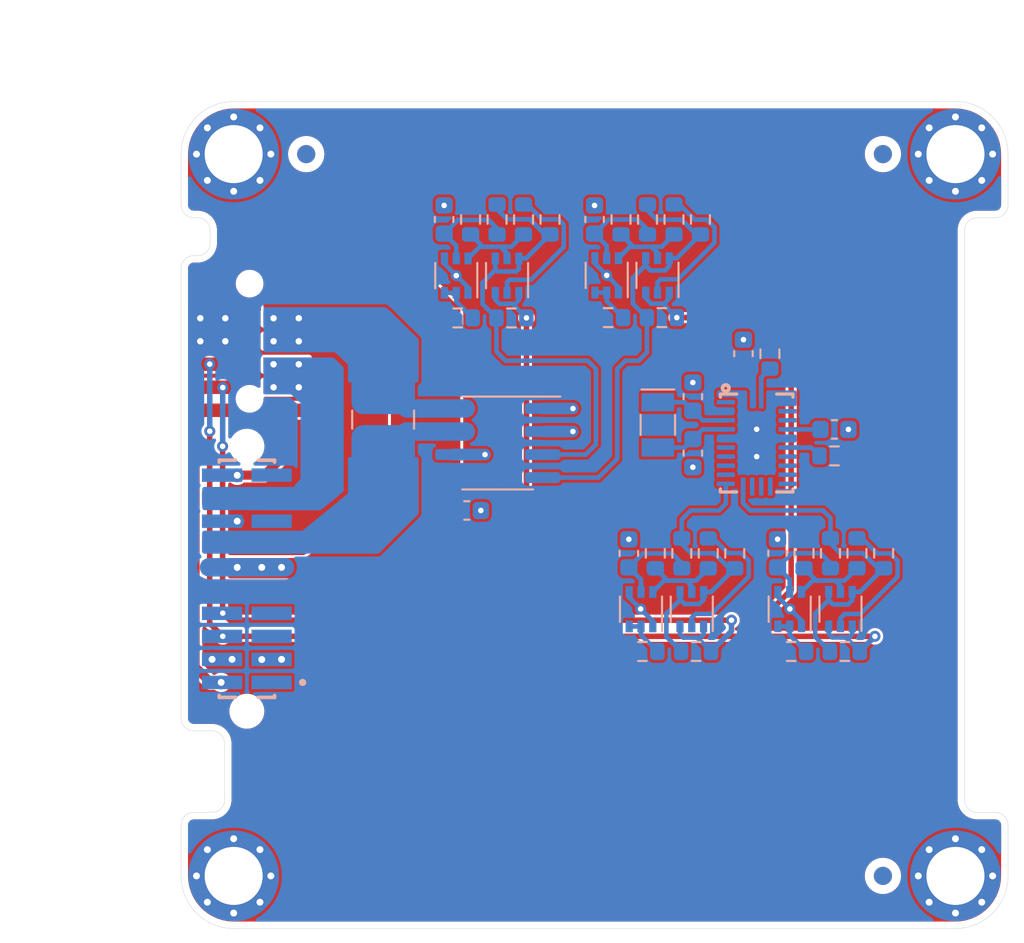
<source format=kicad_pcb>
(kicad_pcb (version 20221018) (generator pcbnew)
  (layers (0 "F.Cu" signal "Top") (31 "B.Cu" signal "Bottom") (34 "B.Paste" user) (35 "F.Paste" user) (36 "B.SilkS" user "B.Silkscreen") (37 "F.SilkS" user "F.Silkscreen") (38 "B.Mask" user) (39 "F.Mask" user) (44 "Edge.Cuts" user))
  (net 0 "")
  (net 1 "BATT_P_SW")
  (net 2 "BATT_N_SW")
  (net 3 "GND")
  (net 4 "+3V3")
  (net 5 "BATT_P")
  (net 6 "COIL5_N")
  (net 7 "COIL5_P")
  (net 8 "COIL6_N")
  (net 9 "UART_TX")
  (net 10 "SCL1")
  (net 11 "UART_RX")
  (net 12 "SDA1")
  (net 13 "PAYLOAD_EN")
  (net 14 "COIL6_P")
  (net 15 "Net-(Q1B-G1)")
  (net 16 "Net-(Q3B-G1)")
  (net 17 "BATT_P_SENSE")
  (net 18 "Net-(Q1A-G2)")
  (net 19 "Net-(Q1A-D1)")
  (net 20 "Net-(Q2A-B1)")
  (net 21 "SCL_C_SENSE")
  (net 22 "Net-(Q3A-G2)")
  (net 23 "Net-(Q3A-D1)")
  (net 24 "Net-(Q4A-B1)")
  (net 25 "SDA_C_SENSE")
  (net 26 "Net-(U2-CAP)")
  (net 27 "Net-(U2-XIN32)")
  (net 28 "Net-(U2-CLKSEL1{slash}XOUT32)")
  (net 29 "Net-(Q5B-G1)")
  (net 30 "Net-(Q7B-G1)")
  (net 31 "Net-(Q5A-G2)")
  (net 32 "Net-(Q5A-D1)")
  (net 33 "Net-(Q6A-B1)")
  (net 34 "SCL_IMU")
  (net 35 "Net-(Q7A-G2)")
  (net 36 "Net-(Q7A-D1)")
  (net 37 "Net-(Q8A-B1)")
  (net 38 "SDA_IMU")
  (net 39 "Net-(U2-BOOTN)")
  (net 40 "IMU_RST")
  (net 46 "IMU_INT")
  (footprint "mainboard:MountingHole" (layer "F.Cu") (at 124.200005 85.200004 -90)
    (fp_text reference "H2" hide)
    (fp_text value "MountingHole_Pad")
  )
  (footprint "mainboard:MountingHole" (layer "F.Cu") (at 84.400005 85.200004 -90)
    (fp_text reference "H3" hide)
    (fp_text value "MountingHole_Pad")
  )
  (footprint "Fiducial:Fiducial_1mm_Mask2mm" (layer "F.Cu") (at 120.2 85.2)
    (fp_text reference "REF**" hide)
    (fp_text value "Fiducial_1mm_Mask2mm")
  )
  (footprint "Fiducial:Fiducial_1mm_Mask2mm" (layer "F.Cu") (at 120.2 45.4)
    (fp_text reference "REF**" hide)
    (fp_text value "Fiducial_1mm_Mask2mm")
  )
  (footprint "Fiducial:Fiducial_1mm_Mask2mm" (layer "F.Cu") (at 88.4 45.4)
    (fp_text reference "REF**" hide)
    (fp_text value "Fiducial_1mm_Mask2mm")
  )
  (footprint "batteryboard:SAMTEC-FTS-107-01-X-DV-A" (layer "F.Cu") (at 85.277665 55.715644 -90)
    (fp_text reference "J2" hide)
    (fp_text value "FTS-107-01-X-DV-A")
  )
  (footprint "mainboard:MountingHole" (layer "F.Cu") (at 84.400005 45.400004 -90)
    (fp_text reference "H4" hide)
    (fp_text value "MountingHole_Pad")
  )
  (footprint "mainboard:MountingHole" (layer "F.Cu") (at 124.200005 45.400004 -90)
    (fp_text reference "H1" hide)
    (fp_text value "MountingHole_Pad")
  )
  (footprint "custom-footprints:pycubed_mini_half" (layer "F.Cu") (at 105 44.8)
    (fp_text reference "Ref**" hide)
    (fp_text value "Val**" hide)
  )
  (footprint "Resistor_SMD:R_0603_1608Metric" (layer "B.Cu") (at 101.845 49.005 -90)
    (fp_text reference "R10" hide)
    (fp_text value "10K")
  )
  (footprint "Package_TO_SOT_SMD:SOT-363_SC-70-6" (layer "B.Cu") (at 104.97 52.085 90)
    (fp_text reference "Q1" hide)
    (fp_text value "NX3008NBKS")
  )
  (footprint "Fiducial:Fiducial_1mm_Mask2mm" (layer "B.Cu") (at 120.2 85.2 180)
    (fp_text reference "REF**" hide)
    (fp_text value "Fiducial_1mm_Mask2mm")
  )
  (footprint "Capacitor_SMD:C_0603_1608Metric" (layer "B.Cu") (at 117.525 60.58)
    (fp_text reference "C5" hide)
    (fp_text value "0.1uF")
  )
  (footprint "mainboard:SAMTEC_SFC-110-T2-X-D-A" (layer "B.Cu") (at 85.127805 68.816964 -90)
    (fp_text reference "J1" hide)
    (fp_text value "SFC-110-T2-X-D-A")
  )
  (footprint "Capacitor_SMD:C_0603_1608Metric" (layer "B.Cu") (at 106.19 67.415 90)
    (fp_text reference "C9" hide)
    (fp_text value "10nF")
  )
  (footprint "Resistor_SMD:R_0603_1608Metric" (layer "B.Cu") (at 99.715 54.4325)
    (fp_text reference "R13" hide)
    (fp_text value "DNI (0R)")
  )
  (footprint "Resistor_SMD:R_0603_1608Metric" (layer "B.Cu") (at 118.77 67.41 -90)
    (fp_text reference "R14" hide)
    (fp_text value "680R")
  )
  (footprint "Resistor_SMD:R_0603_1608Metric" (layer "B.Cu") (at 100.385 49.005 -90)
    (fp_text reference "R7" hide)
    (fp_text value "680R")
  )
  (footprint "Resistor_SMD:R_0603_1608Metric" (layer "B.Cu") (at 113.97 56.405 90)
    (fp_text reference "R16" hide)
    (fp_text value "10K")
  )
  (footprint "Capacitor_SMD:C_0603_1608Metric" (layer "B.Cu") (at 109.72 61.89 -90)
    (fp_text reference "C7" hide)
    (fp_text value "22pF")
  )
  (footprint "Resistor_SMD:R_0603_1608Metric" (layer "B.Cu") (at 115.85 67.41 -90)
    (fp_text reference "R18" hide)
    (fp_text value "10K")
  )
  (footprint "Package_TO_SOT_SMD:SOT-363_SC-70-6" (layer "B.Cu") (at 109.66 70.495 90)
    (fp_text reference "Q8" hide)
    (fp_text value "MBT2222ADW1T1")
  )
  (footprint "Package_TO_SOT_SMD:SOT-363_SC-70-6" (layer "B.Cu") (at 99.475 52.1 90)
    (fp_text reference "Q4" hide)
    (fp_text value "MBT2222ADW1T1")
  )
  (footprint "Resistor_SMD:R_0603_1608Metric" (layer "B.Cu") (at 108.68 49.005 -90)
    (fp_text reference "R2" hide)
    (fp_text value "680R")
  )
  (footprint "Resistor_SMD:R_0603_1608Metric" (layer "B.Cu") (at 109.11 67.415 -90)
    (fp_text reference "R25" hide)
    (fp_text value "200K")
  )
  (footprint "Package_SO:SOIC-8_3.9x4.9mm_P1.27mm" (layer "B.Cu") (at 98.95869 61.33 180)
    (fp_text reference "U1" hide)
    (fp_text value "INA219BxD")
  )
  (footprint "Resistor_SMD:R_0603_1608Metric" (layer "B.Cu") (at 98.925 49.005 -90)
    (fp_text reference "R11" hide)
    (fp_text value "200K")
  )
  (footprint "mainboard:LGA-28" (layer "B.Cu") (at 113.24 61.33 180)
    (fp_text reference "U2" hide)
    (fp_text value "BNO085")
  )
  (footprint "Resistor_SMD:R_0603_1608Metric" (layer "B.Cu") (at 118.1 72.825)
    (fp_text reference "R26" hide)
    (fp_text value "DNI (0R)")
  )
  (footprint "Capacitor_SMD:C_0603_1608Metric" (layer "B.Cu") (at 97.255 65.05)
    (fp_text reference "C3" hide)
    (fp_text value "0.1uF")
  )
  (footprint "Resistor_SMD:R_0603_1608Metric" (layer "B.Cu") (at 96.755 54.4325)
    (fp_text reference "R8" hide)
    (fp_text value "100K")
  )
  (footprint "Resistor_SMD:R_0603_1608Metric" (layer "B.Cu") (at 109.9 72.825)
    (fp_text reference "R27" hide)
    (fp_text value "DNI (0R)")
  )
  (footprint "Resistor_SMD:R_0603_1608Metric" (layer "B.Cu") (at 107.22 49.005 -90)
    (fp_text reference "R6" hide)
    (fp_text value "200K")
  )
  (footprint "Capacitor_SMD:C_0603_1608Metric" (layer "B.Cu") (at 96.005 49.005 90)
    (fp_text reference "C2" hide)
    (fp_text value "10nF")
  )
  (footprint "Capacitor_SMD:C_0603_1608Metric" (layer "B.Cu") (at 112.51 56.405 90)
    (fp_text reference "C4" hide)
    (fp_text value "0.1uF")
  )
  (footprint "Resistor_SMD:R_0603_1608Metric" (layer "B.Cu") (at 105.76 49.005 -90)
    (fp_text reference "R4" hide)
    (fp_text value "10K")
  )
  (footprint "Resistor_SMD:R_0603_1608Metric" (layer "B.Cu") (at 110.14 49.005 -90)
    (fp_text reference "R5" hide)
    (fp_text value "10K")
  )
  (footprint "Resistor_SMD:R_0603_1608Metric" (layer "B.Cu") (at 115.14 72.825)
    (fp_text reference "R15" hide)
    (fp_text value "100K")
  )
  (footprint "Capacitor_SMD:C_0603_1608Metric" (layer "B.Cu") (at 104.3 49.005 90)
    (fp_text reference "C1" hide)
    (fp_text value "10nF")
  )
  (footprint "Resistor_SMD:R_0603_1608Metric" (layer "B.Cu") (at 117.525 62.04)
    (fp_text reference "R17" hide)
    (fp_text value "10K")
  )
  (footprint "batteryboard:R_2512_CurrentSense" (layer "B.Cu") (at 92.64619 60.04 -90)
    (fp_text reference "R1" hide)
    (fp_text value "0.04R")
  )
  (footprint "Resistor_SMD:R_0603_1608Metric" (layer "B.Cu") (at 107.65 67.415 -90)
    (fp_text reference "R23" hide)
    (fp_text value "10K")
  )
  (footprint "Resistor_SMD:R_0603_1608Metric" (layer "B.Cu") (at 105.05 54.415)
    (fp_text reference "R3" hide)
    (fp_text value "100K")
  )
  (footprint "Package_TO_SOT_SMD:SOT-363_SC-70-6" (layer "B.Cu") (at 107.77 52.085 90)
    (fp_text reference "Q2" hide)
    (fp_text value "MBT2222ADW1T1")
  )
  (footprint "Fiducial:Fiducial_1mm_Mask2mm" (layer "B.Cu") (at 120.2 45.4 180)
    (fp_text reference "REF**" hide)
    (fp_text value "Fiducial_1mm_Mask2mm")
  )
  (footprint "Package_TO_SOT_SMD:SOT-363_SC-70-6" (layer "B.Cu") (at 115.06 70.49 90)
    (fp_text reference "Q5" hide)
    (fp_text value "NX3008NBKS")
  )
  (footprint "Resistor_SMD:R_0603_1608Metric" (layer "B.Cu") (at 112.03 67.415 -90)
    (fp_text reference "R24" hide)
    (fp_text value "10K")
  )
  (footprint "Package_TO_SOT_SMD:SOT-363_SC-70-6" (layer "B.Cu") (at 117.86 70.49 90)
    (fp_text reference "Q6" hide)
    (fp_text value "MBT2222ADW1T1")
  )
  (footprint "Package_TO_SOT_SMD:SOT-363_SC-70-6" (layer "B.Cu") (at 96.675 52.1 90)
    (fp_text reference "Q3" hide)
    (fp_text value "NX3008NBKS")
  )
  (footprint "Resistor_SMD:R_0603_1608Metric" (layer "B.Cu") (at 108.01 54.415)
    (fp_text reference "R12" hide)
    (fp_text value "DNI (0R)")
  )
  (footprint "Capacitor_SMD:C_0603_1608Metric" (layer "B.Cu") (at 109.72 58.77 -90)
    (fp_text reference "C6" hide)
    (fp_text value "22pF")
  )
  (footprint "Package_TO_SOT_SMD:SOT-363_SC-70-6" (layer "B.Cu") (at 106.86 70.495 90)
    (fp_text reference "Q7" hide)
    (fp_text value "NX3008NBKS")
  )
  (footprint "Capacitor_SMD:C_0603_1608Metric" (layer "B.Cu") (at 114.39 67.41 90)
    (fp_text reference "C8" hide)
    (fp_text value "10nF")
  )
  (footprint "Resistor_SMD:R_0603_1608Metric" (layer "B.Cu") (at 110.57 67.415 -90)
    (fp_text reference "R21" hide)
    (fp_text value "680R")
  )
  (footprint "Crystal:Crystal_SMD_MicroCrystal_CC7V-T1A-2Pin_3.2x1.5mm" (layer "B.Cu") (at 107.79 60.33 -90)
    (fp_text reference "Y1" hide)
    (fp_text value "32.768kHz/12.5pF")
  )
  (footprint "Resistor_SMD:R_0603_1608Metric" (layer "B.Cu") (at 97.465 49.005 -90)
    (fp_text reference "R9" hide)
    (fp_text value "10K")
  )
  (footprint "Resistor_SMD:R_0603_1608Metric" (layer "B.Cu") (at 106.94 72.825)
    (fp_text reference "R22" hide)
    (fp_text value "100K")
  )
  (footprint "Resistor_SMD:R_0603_1608Metric" (layer "B.Cu") (at 117.31 67.41 -90)
    (fp_text reference "R20" hide)
    (fp_text value "200K")
  )
  (footprint "Fiducial:Fiducial_1mm_Mask2mm" (layer "B.Cu") (at 88.4 45.4 180)
    (fp_text reference "REF**" hide)
    (fp_text value "Fiducial_1mm_Mask2mm")
  )
  (footprint "Resistor_SMD:R_0603_1608Metric" (layer "B.Cu") (at 120.24 67.41 -90)
    (fp_text reference "R19" hide)
    (fp_text value "10K")
  )
  (gr_line (start 124.2 88.099998) (end 84.4 88.1) (stroke (width 0.0254)) (layer "Edge.Cuts"))
  (gr_line (start 125.4 48.9) (end 126.4 48.9) (stroke (width 0.0254)) (layer "Edge.Cuts"))
  (gr_line (start 82.4 51) (end 82.2 51) (stroke (width 0.0254)) (layer "Edge.Cuts"))
  (gr_line (start 83.9 81) (end 83.9 77.9) (stroke (width 0.0254)) (layer "Edge.Cuts"))
  (gr_arc (start 124.7 49.6) (mid 124.905025 49.105025) (end 125.4 48.9) (stroke (width 0.0254)) (layer "Edge.Cuts"))
  (gr_line (start 82.2 48.9) (end 82.4 48.9) (stroke (width 0.0254)) (layer "Edge.Cuts"))
  (gr_arc (start 81.5 45.4) (mid 82.34939 43.34939) (end 84.4 42.5) (stroke (width 0.0254)) (layer "Edge.Cuts"))
  (gr_arc (start 83.1 50.3) (mid 82.894975 50.794975) (end 82.4 51) (stroke (width 0.0254)) (layer "Edge.Cuts"))
  (gr_arc (start 82.4 48.9) (mid 82.894975 49.105025) (end 83.1 49.6) (stroke (width 0.0254)) (layer "Edge.Cuts"))
  (gr_arc (start 124.2 42.5) (mid 126.25061 43.34939) (end 127.1 45.4) (stroke (width 0.0254)) (layer "Edge.Cuts"))
  (gr_arc (start 82.2 77.2) (mid 81.705025 76.994975) (end 81.5 76.5) (stroke (width 0.0254)) (layer "Edge.Cuts"))
  (gr_arc (start 84.4 88.1) (mid 82.34939 87.25061) (end 81.5 85.2) (stroke (width 0.0254)) (layer "Edge.Cuts"))
  (gr_arc (start 125.4 81.7) (mid 124.905025 81.494975) (end 124.7 81) (stroke (width 0.0254)) (layer "Edge.Cuts"))
  (gr_line (start 81.5 76.5) (end 81.5 51.7) (stroke (width 0.0254)) (layer "Edge.Cuts"))
  (gr_line (start 82.2 81.7) (end 83.2 81.7) (stroke (width 0.0254)) (layer "Edge.Cuts"))
  (gr_line (start 83.1 49.6) (end 83.1 50.3) (stroke (width 0.0254)) (layer "Edge.Cuts"))
  (gr_arc (start 81.5 51.7) (mid 81.705025 51.205025) (end 82.2 51) (stroke (width 0.0254)) (layer "Edge.Cuts"))
  (gr_line (start 82.2 77.2) (end 83.2 77.2) (stroke (width 0.0254)) (layer "Edge.Cuts"))
  (gr_line (start 81.5 82.4) (end 81.5 85.2) (stroke (width 0.0254)) (layer "Edge.Cuts"))
  (gr_line (start 127.099998 85.199997) (end 127.1 82.4) (stroke (width 0.0254)) (layer "Edge.Cuts"))
  (gr_arc (start 81.5 82.4) (mid 81.705025 81.905025) (end 82.2 81.7) (stroke (width 0.0254)) (layer "Edge.Cuts"))
  (gr_arc (start 127.099998 85.199997) (mid 126.250609 87.250607) (end 124.2 88.099998) (stroke (width 0.0254)) (layer "Edge.Cuts"))
  (gr_arc (start 127.1 48.2) (mid 126.894975 48.694975) (end 126.4 48.9) (stroke (width 0.0254)) (layer "Edge.Cuts"))
  (gr_line (start 124.7 81) (end 124.7 49.6) (stroke (width 0.0254)) (layer "Edge.Cuts"))
  (gr_arc (start 83.9 81) (mid 83.694975 81.494975) (end 83.2 81.7) (stroke (width 0.0254)) (layer "Edge.Cuts"))
  (gr_line (start 81.5 48.2) (end 81.5 45.4) (stroke (width 0.0254)) (layer "Edge.Cuts"))
  (gr_line (start 124.2 42.5) (end 84.4 42.5) (stroke (width 0.0254)) (layer "Edge.Cuts"))
  (gr_line (start 127.1 48.2) (end 127.1 45.4) (stroke (width 0.0254)) (layer "Edge.Cuts"))
  (gr_arc (start 126.4 81.7) (mid 126.894975 81.905025) (end 127.1 82.4) (stroke (width 0.0254)) (layer "Edge.Cuts"))
  (gr_arc (start 82.2 48.9) (mid 81.705025 48.694975) (end 81.5 48.2) (stroke (width 0.0254)) (layer "Edge.Cuts"))
  (gr_arc (start 83.2 77.2) (mid 83.694975 77.405025) (end 83.9 77.9) (stroke (width 0.0254)) (layer "Edge.Cuts"))
  (gr_line (start 126.4 81.7) (end 125.4 81.7) (stroke (width 0.0254)) (layer "Edge.Cuts"))
  (segment (start 92.64619 61.9775) (end 92.64619 63.0025) (width 1.016) (layer "B.Cu") (net 1))
  (segment (start 93.92369 60.7) (end 92.64619 61.9775) (width 1.016) (layer "B.Cu") (net 1))
  (segment (start 97.2 60.7) (end 93.92369 60.7) (width 1.016) (layer "B.Cu") (net 1))
  (via (at 85.950005 68.188279) (size 0.762) (drill 0.381) (layers "F.Cu" "B.Cu") (net 2))
  (via (at 84.595905 68.188279) (size 0.762) (drill 0.381) (layers "F.Cu" "B.Cu") (net 2))
  (via (at 87.040005 68.188279) (size 0.762) (drill 0.381) (layers "F.Cu" "B.Cu") (net 2))
  (segment (start 83.041964 68.181964) (end 87.228036 68.181964) (width 1.016) (layer "B.Cu") (net 2))
  (via (at 103.105 60.695) (size 0.6096) (drill 0.3048) (layers "F.Cu" "B.Cu") (net 3))
  (via (at 106.84 70.48) (size 0.6096) (drill 0.3048) (layers "F.Cu" "B.Cu") (net 3))
  (via (at 85.950005 73.270004) (size 0.762) (drill 0.381) (layers "F.Cu" "B.Cu") (net 3))
  (via (at 96.675 52.1) (size 0.6096) (drill 0.3048) (layers "F.Cu" "B.Cu") (net 3))
  (via (at 106.19 66.64) (size 0.6096) (drill 0.3048) (layers "F.Cu" "B.Cu") (net 3))
  (via (at 84.310005 73.260004) (size 0.762) (drill 0.381) (layers "F.Cu" "B.Cu") (net 3))
  (via (at 118.3 60.58) (size 0.6096) (drill 0.3048) (layers "F.Cu" "B.Cu") (net 3))
  (via (at 87.040005 73.260004) (size 0.762) (drill 0.381) (layers "F.Cu" "B.Cu") (net 3))
  (via (at 112.51 55.63) (size 0.6096) (drill 0.3048) (layers "F.Cu" "B.Cu") (net 3))
  (via (at 83.210005 73.260004) (size 0.762) (drill 0.381) (layers "F.Cu" "B.Cu") (net 3))
  (via (at 98.26 61.97) (size 0.6096) (drill 0.3048) (layers "F.Cu" "B.Cu") (net 3))
  (via (at 84.595905 65.640004) (size 0.762) (drill 0.381) (layers "F.Cu" "B.Cu") (net 3))
  (via (at 96.005 48.23) (size 0.6096) (drill 0.3048) (layers "F.Cu" "B.Cu") (net 3))
  (via (at 104.3 48.23) (size 0.6096) (drill 0.3048) (layers "F.Cu" "B.Cu") (net 3))
  (via (at 113.24 62.08) (size 0.6096) (drill 0.3048) (layers "F.Cu" "B.Cu") (net 3))
  (via (at 98.03 65.05) (size 0.6096) (drill 0.3048) (layers "F.Cu" "B.Cu") (net 3))
  (via (at 109.72 57.995) (size 0.6096) (drill 0.3048) (layers "F.Cu" "B.Cu") (net 3))
  (via (at 103.11 59.43) (size 0.6096) (drill 0.3048) (layers "F.Cu" "B.Cu") (net 3))
  (via (at 115.07 70.48) (size 0.6096) (drill 0.3048) (layers "F.Cu" "B.Cu") (net 3))
  (via (at 114.39 66.635) (size 0.6096) (drill 0.3048) (layers "F.Cu" "B.Cu") (net 3))
  (via (at 113.24 60.57) (size 0.6096) (drill 0.3048) (layers "F.Cu" "B.Cu") (net 3))
  (via (at 109.72 62.665) (size 0.6096) (drill 0.3048) (layers "F.Cu" "B.Cu") (net 3))
  (via (at 104.97 52.085) (size 0.6096) (drill 0.3048) (layers "F.Cu" "B.Cu") (net 3))
  (segment (start 115.07 70.48) (end 114.41 69.82) (width 0.254) (layer "B.Cu") (net 3))
  (segment (start 107.51 71.15) (end 107.51 71.445) (width 0.254) (layer "B.Cu") (net 3))
  (segment (start 101.43369 59.425) (end 103.105 59.425) (width 0.635) (layer "B.Cu") (net 3))
  (segment (start 103.105 59.425) (end 103.11 59.43) (width 0.254) (layer "B.Cu") (net 3))
  (segment (start 96.48369 61.965) (end 97.665 61.965) (width 0.635) (layer "B.Cu") (net 3))
  (segment (start 101.43369 60.695) (end 103.105 60.695) (width 0.635) (layer "B.Cu") (net 3))
  (segment (start 104.97 52.085) (end 104.32 51.435) (width 0.254) (layer "B.Cu") (net 3))
  (segment (start 96.675 52.1) (end 97.325 52.75) (width 0.254) (layer "B.Cu") (net 3))
  (segment (start 106.21 69.85) (end 106.21 69.545) (width 0.254) (layer "B.Cu") (net 3))
  (segment (start 106.84 70.48) (end 107.51 71.15) (width 0.254) (layer "B.Cu") (net 3))
  (segment (start 104.32 51.435) (end 104.32 51.135) (width 0.254) (layer "B.Cu") (net 3))
  (segment (start 104.97 52.085) (end 105.62 52.735) (width 0.254) (layer "B.Cu") (net 3))
  (segment (start 114.41 69.82) (end 114.41 69.54) (width 0.254) (layer "B.Cu") (net 3))
  (segment (start 97.325 52.75) (end 97.325 53.05) (width 0.254) (layer "B.Cu") (net 3))
  (segment (start 106.84 70.48) (end 106.21 69.85) (width 0.254) (layer "B.Cu") (net 3))
  (segment (start 96.48369 61.965) (end 98.255 61.965) (width 0.635) (layer "B.Cu") (net 3))
  (segment (start 115.71 71.12) (end 115.71 71.44) (width 0.254) (layer "B.Cu") (net 3))
  (segment (start 115.07 70.48) (end 115.71 71.12) (width 0.254) (layer "B.Cu") (net 3))
  (segment (start 98.255 61.965) (end 98.26 61.97) (width 0.635) (layer "B.Cu") (net 3))
  (segment (start 96.675 52.1) (end 96.025 51.45) (width 0.254) (layer "B.Cu") (net 3))
  (segment (start 96.025 51.45) (end 96.025 51.15) (width 0.254) (layer "B.Cu") (net 3))
  (segment (start 105.62 52.735) (end 105.62 53.035) (width 0.254) (layer "B.Cu") (net 3))
  (via (at 82.560005 54.450004) (size 0.7112) (drill 0.3556) (layers "F.Cu" "B.Cu") (net 4))
  (via (at 83.940005 54.450004) (size 0.7112) (drill 0.3556) (layers "F.Cu" "B.Cu") (net 4))
  (via (at 82.560005 55.720004) (size 0.7112) (drill 0.3556) (layers "F.Cu" "B.Cu") (net 4))
  (via (at 83.940005 55.720004) (size 0.7112) (drill 0.3556) (layers "F.Cu" "B.Cu") (net 4))
  (via (at 86.600005 56.990004) (size 0.7112) (drill 0.3556) (layers "F.Cu" "B.Cu") (net 5))
  (via (at 86.600005 58.260004) (size 0.7112) (drill 0.3556) (layers "F.Cu" "B.Cu") (net 5))
  (via (at 87.990005 56.990004) (size 0.7112) (drill 0.3556) (layers "F.Cu" "B.Cu") (net 5))
  (via (at 87.990005 58.260004) (size 0.7112) (drill 0.3556) (layers "F.Cu" "B.Cu") (net 5))
  (segment (start 87.372165 61.827844) (end 87.372165 59.525644) (width 0.508) (layer "F.Cu") (net 6))
  (segment (start 84.605905 63.100004) (end 86.100005 63.100004) (width 0.508) (layer "F.Cu") (net 6))
  (segment (start 86.100005 63.100004) (end 87.372165 61.827844) (width 0.508) (layer "F.Cu") (net 6))
  (segment (start 84.595905 63.110004) (end 84.605905 63.100004) (width 0.508) (layer "F.Cu") (net 6))
  (via (at 84.595905 63.110004) (size 0.762) (drill 0.381) (layers "F.Cu" "B.Cu") (net 6))
  (segment (start 82.270005 73.680004) (end 82.270005 59.525644) (width 0.508) (layer "F.Cu") (net 7))
  (segment (start 83.120005 74.530004) (end 82.270005 73.680004) (width 0.508) (layer "F.Cu") (net 7))
  (segment (start 83.710005 74.530004) (end 83.120005 74.530004) (width 0.508) (layer "F.Cu") (net 7))
  (via (at 83.710005 74.530004) (size 0.762) (drill 0.381) (layers "F.Cu" "B.Cu") (net 7))
  (segment (start 83.078805 71.268804) (end 83.078805 60.683504) (width 0.3048) (layer "F.Cu") (net 10))
  (segment (start 111.84 71.990004) (end 93.24 71.990004) (width 0.3048) (layer "F.Cu") (net 10))
  (segment (start 83.800005 71.990004) (end 83.078805 71.268804) (width 0.3048) (layer "F.Cu") (net 10))
  (segment (start 83.078805 60.683504) (end 83.082305 60.680004) (width 0.3048) (layer "F.Cu") (net 10))
  (segment (start 113.005 54.415) (end 108.835 54.415) (width 0.3048) (layer "F.Cu") (net 10))
  (segment (start 111.84 71.990004) (end 112.579996 71.990004) (width 0.3048) (layer "F.Cu") (net 10))
  (segment (start 112.579996 71.990004) (end 115.14 69.43) (width 0.3048) (layer "F.Cu") (net 10))
  (segment (start 83.800005 71.990004) (end 93.24 71.990004) (width 0.3048) (layer "F.Cu") (net 10))
  (segment (start 115.14 56.55) (end 113.005 54.415) (width 0.3048) (layer "F.Cu") (net 10))
  (segment (start 119.76 71.990004) (end 111.84 71.990004) (width 0.3048) (layer "F.Cu") (net 10))
  (segment (start 115.14 69.43) (end 115.14 56.55) (width 0.3048) (layer "F.Cu") (net 10))
  (via (at 108.835 54.415) (size 0.6096) (drill 0.3048) (layers "F.Cu" "B.Cu") (net 10))
  (via (at 83.800005 71.990004) (size 0.6096) (drill 0.3048) (layers "F.Cu" "B.Cu") (net 10))
  (via (at 83.080005 56.980004) (size 0.6096) (drill 0.3048) (layers "F.Cu" "B.Cu") (net 10))
  (via (at 83.082305 60.680004) (size 0.6096) (drill 0.3048) (layers "F.Cu" "B.Cu") (net 10))
  (via (at 119.76 71.990004) (size 0.6096) (drill 0.3048) (layers "F.Cu" "B.Cu") (net 10))
  (segment (start 83.082305 60.680004) (end 83.082305 56.982304) (width 0.3048) (layer "B.Cu") (net 10))
  (segment (start 107.76 53.645) (end 107.43 53.645) (width 0.254) (layer "B.Cu") (net 10))
  (segment (start 108.42 53.365) (end 108.14 53.645) (width 0.254) (layer "B.Cu") (net 10))
  (segment (start 117.86 72.05) (end 118.33 72.05) (width 0.254) (layer "B.Cu") (net 10))
  (segment (start 117.86 72.05) (end 118.15 72.05) (width 0.254) (layer "B.Cu") (net 10))
  (segment (start 118.925004 72.825) (end 118.925 72.825) (width 0.3048) (layer "B.Cu") (net 10))
  (segment (start 107.12 53.335) (end 107.12 53.035) (width 0.254) (layer "B.Cu") (net 10))
  (segment (start 108.835 54.415) (end 108.065 53.645) (width 0.254) (layer "B.Cu") (net 10))
  (segment (start 107.43 53.645) (end 107.12 53.335) (width 0.254) (layer "B.Cu") (net 10))
  (segment (start 118.15 72.05) (end 118.925 72.825) (width 0.254) (layer "B.Cu") (net 10))
  (segment (start 117.21 71.44) (end 117.21 71.85) (width 0.254) (layer "B.Cu") (net 10))
  (segment (start 118.33 72.05) (end 118.51 71.87) (width 0.254) (layer "B.Cu") (net 10))
  (segment (start 108.42 53.035) (end 108.42 53.365) (width 0.254) (layer "B.Cu") (net 10))
  (segment (start 108.14 53.645) (end 107.76 53.645) (width 0.254) (layer "B.Cu") (net 10))
  (segment (start 119.76 71.990004) (end 118.925004 72.825) (width 0.3048) (layer "B.Cu") (net 10))
  (segment (start 117.21 71.85) (end 117.41 72.05) (width 0.254) (layer "B.Cu") (net 10))
  (segment (start 108.065 53.645) (end 107.76 53.645) (width 0.254) (layer "B.Cu") (net 10))
  (segment (start 118.51 71.87) (end 118.51 71.44) (width 0.254) (layer "B.Cu") (net 10))
  (segment (start 117.41 72.05) (end 117.86 72.05) (width 0.254) (layer "B.Cu") (net 10))
  (segment (start 83.082305 56.982304) (end 83.080005 56.980004) (width 0.3048) (layer "B.Cu") (net 10))
  (segment (start 83.790005 70.700004) (end 83.790005 61.510004) (width 0.3048) (layer "F.Cu") (net 12))
  (segment (start 83.800005 70.710004) (end 83.790005 70.700004) (width 0.3048) (layer "F.Cu") (net 12))
  (segment (start 98.16 71.1) (end 111.85 71.1) (width 0.3048) (layer "F.Cu") (net 12))
  (segment (start 100.545 54.43) (end 100.545 69.475) (width 0.3048) (layer "F.Cu") (net 12))
  (segment (start 83.800005 70.710004) (end 84.190001 71.1) (width 0.3048) (layer "F.Cu") (net 12))
  (segment (start 92.97 71.1) (end 98.16 71.1) (width 0.3048) (layer "F.Cu") (net 12))
  (segment (start 100.545 69.475) (end 98.92 71.1) (width 0.3048) (layer "F.Cu") (net 12))
  (segment (start 98.92 71.1) (end 98.16 71.1) (width 0.3048) (layer "F.Cu") (net 12))
  (segment (start 84.190001 71.1) (end 92.97 71.1) (width 0.3048) (layer "F.Cu") (net 12))
  (via (at 100.545 54.43) (size 0.6096) (drill 0.3048) (layers "F.Cu" "B.Cu") (net 12))
  (via (at 83.800005 70.710004) (size 0.6096) (drill 0.3048) (layers "F.Cu" "B.Cu") (net 12))
  (via (at 111.85 71.1) (size 0.6096) (drill 0.3048) (layers "F.Cu" "B.Cu") (net 12))
  (via (at 83.790005 61.510004) (size 0.6096) (drill 0.3048) (layers "F.Cu" "B.Cu") (net 12))
  (via (at 83.800005 58.270004) (size 0.6096) (drill 0.3048) (layers "F.Cu" "B.Cu") (net 12))
  (segment (start 110.14 72.06) (end 110.31 71.89) (width 0.254) (layer "B.Cu") (net 12))
  (segment (start 109.1912 72.06) (end 109.77 72.06) (width 0.254) (layer "B.Cu") (net 12))
  (segment (start 83.800005 58.270004) (end 83.793505 58.276504) (width 0.3048) (layer "B.Cu") (net 12))
  (segment (start 100.125 53.05) (end 100.125 53.4494) (width 0.254) (layer "B.Cu") (net 12))
  (segment (start 109.77 72.06) (end 109.96 72.06) (width 0.254) (layer "B.Cu") (net 12))
  (segment (start 99.7694 53.6544) (end 100.545 54.43) (width 0.254) (layer "B.Cu") (net 12))
  (segment (start 98.825 53.4156) (end 98.825 53.05) (width 0.254) (layer "B.Cu") (net 12))
  (segment (start 99.32 53.6544) (end 99.0638 53.6544) (width 0.254) (layer "B.Cu") (net 12))
  (segment (start 111.85 71.1) (end 111.85 71.7) (width 0.3048) (layer "B.Cu") (net 12))
  (segment (start 99.0638 53.6544) (end 98.825 53.4156) (width 0.254) (layer "B.Cu") (net 12))
  (segment (start 83.793505 61.506504) (end 83.790005 61.510004) (width 0.3048) (layer "B.Cu") (net 12))
  (segment (start 99.92 53.6544) (end 99.32 53.6544) (width 0.254) (layer "B.Cu") (net 12))
  (segment (start 83.793505 58.276504) (end 83.793505 61.506504) (width 0.3048) (layer "B.Cu") (net 12))
  (segment (start 99.32 53.6544) (end 99.7694 53.6544) (width 0.254) (layer "B.Cu") (net 12))
  (segment (start 110.31 71.89) (end 110.31 71.445) (width 0.254) (layer "B.Cu") (net 12))
  (segment (start 100.125 53.4494) (end 99.92 53.6544) (width 0.254) (layer "B.Cu") (net 12))
  (segment (start 109.01 71.445) (end 109.01 71.8788) (width 0.254) (layer "B.Cu") (net 12))
  (segment (start 111.85 71.7) (end 110.725 72.825) (width 0.3048) (layer "B.Cu") (net 12))
  (segment (start 109.77 72.06) (end 110.14 72.06) (width 0.254) (layer "B.Cu") (net 12))
  (segment (start 109.01 71.8788) (end 109.1912 72.06) (width 0.254) (layer "B.Cu") (net 12))
  (segment (start 109.96 72.06) (end 110.725 72.825) (width 0.254) (layer "B.Cu") (net 12))
  (segment (start 107.22 49.565) (end 106.66 49.005) (width 0.254) (layer "B.Cu") (net 15))
  (segment (start 106.66 49.005) (end 105.075 49.005) (width 0.254) (layer "B.Cu") (net 15))
  (segment (start 104.97 51.135) (end 104.97 50.45) (width 0.254) (layer "B.Cu") (net 15))
  (segment (start 105.075 49.005) (end 104.3 49.78) (width 0.254) (layer "B.Cu") (net 15))
  (segment (start 104.97 50.45) (end 104.3 49.78) (width 0.254) (layer "B.Cu") (net 15))
  (segment (start 96.755 49.03) (end 96.005 49.78) (width 0.254) (layer "B.Cu") (net 16))
  (segment (start 98.925 49.5) (end 98.455 49.03) (width 0.254) (layer "B.Cu") (net 16))
  (segment (start 98.455 49.03) (end 96.755 49.03) (width 0.254) (layer "B.Cu") (net 16))
  (segment (start 96.675 50.45) (end 96.005 49.78) (width 0.254) (layer "B.Cu") (net 16))
  (segment (start 98.925 49.83) (end 98.925 49.5) (width 0.254) (layer "B.Cu") (net 16))
  (segment (start 96.675 51.15) (end 96.675 50.45) (width 0.254) (layer "B.Cu") (net 16))
  (via (at 87.990005 54.450004) (size 0.7112) (drill 0.3556) (layers "F.Cu" "B.Cu") (net 17))
  (via (at 86.600005 55.720004) (size 0.7112) (drill 0.3556) (layers "F.Cu" "B.Cu") (net 17))
  (via (at 86.600005 54.450004) (size 0.7112) (drill 0.3556) (layers "F.Cu" "B.Cu") (net 17))
  (via (at 87.990005 55.720004) (size 0.7112) (drill 0.3556) (layers "F.Cu" "B.Cu") (net 17))
  (segment (start 92.64619 58.1025) (end 92.64619 57.0775) (width 1.016) (layer "B.Cu") (net 17))
  (segment (start 93.96869 59.425) (end 92.64619 58.1025) (width 1.016) (layer "B.Cu") (net 17))
  (segment (start 97.2 59.425) (end 93.96869 59.425) (width 1.016) (layer "B.Cu") (net 17))
  (segment (start 104.97 53.51) (end 105.875 54.415) (width 0.254) (layer "B.Cu") (net 18))
  (segment (start 104.97 53.035) (end 104.97 53.51) (width 0.254) (layer "B.Cu") (net 18))
  (segment (start 104.32 53.035) (end 104.97 53.035) (width 0.254) (layer "B.Cu") (net 18))
  (segment (start 106.83 50.5094) (end 106.2456 50.5094) (width 0.254) (layer "B.Cu") (net 19))
  (segment (start 107.77 50.8394) (end 107.77 51.135) (width 0.254) (layer "B.Cu") (net 19))
  (segment (start 106.83 50.5094) (end 107.44 50.5094) (width 0.254) (layer "B.Cu") (net 19))
  (segment (start 107.44 50.5094) (end 108.0006 50.5094) (width 0.254) (layer "B.Cu") (net 19))
  (segment (start 106.2456 50.5094) (end 105.62 51.135) (width 0.254) (layer "B.Cu") (net 19))
  (segment (start 105.76 49.83) (end 106.4394 50.5094) (width 0.254) (layer "B.Cu") (net 19))
  (segment (start 106.4394 50.5094) (end 106.83 50.5094) (width 0.254) (layer "B.Cu") (net 19))
  (segment (start 107.44 50.5094) (end 107.77 50.8394) (width 0.254) (layer "B.Cu") (net 19))
  (segment (start 108.0006 50.5094) (end 108.68 49.83) (width 0.254) (layer "B.Cu") (net 19))
  (segment (start 108.987026 48.18) (end 109.822026 49.015) (width 0.254) (layer "B.Cu") (net 20))
  (segment (start 107.77 52.475) (end 107.77 53.035) (width 0.254) (layer "B.Cu") (net 20))
  (segment (start 110.49 49.015) (end 110.91 49.435) (width 0.254) (layer "B.Cu") (net 20))
  (segment (start 110.91 50.295) (end 108.9 52.305) (width 0.254) (layer "B.Cu") (net 20))
  (segment (start 110.91 49.435) (end 110.91 50.295) (width 0.254) (layer "B.Cu") (net 20))
  (segment (start 107.94 52.305) (end 107.77 52.475) (width 0.254) (layer "B.Cu") (net 20))
  (segment (start 108.9 52.305) (end 107.94 52.305) (width 0.254) (layer "B.Cu") (net 20))
  (segment (start 109.822026 49.015) (end 110.49 49.015) (width 0.254) (layer "B.Cu") (net 20))
  (segment (start 108.42 51.135) (end 108.42 51.585) (width 0.254) (layer "B.Cu") (net 21))
  (segment (start 101.43369 63.235) (end 104.515 63.235) (width 0.254) (layer "B.Cu") (net 21))
  (segment (start 109.09 49.015) (end 109.905 49.83) (width 0.254) (layer "B.Cu") (net 21))
  (segment (start 107.06 51.575) (end 106.41 52.225) (width 0.254) (layer "B.Cu") (net 21))
  (segment (start 107.185 56.335) (end 107.185 54.415) (width 0.254) (layer "B.Cu") (net 21))
  (segment (start 107.22 48.505) (end 107.73 49.015) (width 0.254) (layer "B.Cu") (net 21))
  (segment (start 106.005 56.79) (end 106.73 56.79) (width 0.254) (layer "B.Cu") (net 21))
  (segment (start 107.12 51.545) (end 107.12 51.135) (width 0.254) (layer "B.Cu") (net 21))
  (segment (start 108.19 51.815) (end 107.39 51.815) (width 0.254) (layer "B.Cu") (net 21))
  (segment (start 107.12 51.135) (end 107.12 51.575) (width 0.254) (layer "B.Cu") (net 21))
  (segment (start 105.55 62.2) (end 105.55 57.245) (width 0.254) (layer "B.Cu") (net 21))
  (segment (start 107.12 51.575) (end 107.06 51.575) (width 0.254) (layer "B.Cu") (net 21))
  (segment (start 105.55 57.245) (end 106.005 56.79) (width 0.254) (layer "B.Cu") (net 21))
  (segment (start 108.42 51.585) (end 108.19 51.815) (width 0.254) (layer "B.Cu") (net 21))
  (segment (start 108.42 51.135) (end 108.835 51.135) (width 0.254) (layer "B.Cu") (net 21))
  (segment (start 106.41 52.225) (end 106.41 53.64) (width 0.254) (layer "B.Cu") (net 21))
  (segment (start 107.22 48.18) (end 107.22 48.505) (width 0.254) (layer "B.Cu") (net 21))
  (segment (start 107.73 49.015) (end 109.09 49.015) (width 0.254) (layer "B.Cu") (net 21))
  (segment (start 106.41 53.64) (end 107.185 54.415) (width 0.254) (layer "B.Cu") (net 21))
  (segment (start 108.835 51.135) (end 110.14 49.83) (width 0.254) (layer "B.Cu") (net 21))
  (segment (start 107.39 51.815) (end 107.12 51.545) (width 0.254) (layer "B.Cu") (net 21))
  (segment (start 106.73 56.79) (end 107.185 56.335) (width 0.254) (layer "B.Cu") (net 21))
  (segment (start 104.515 63.235) (end 105.55 62.2) (width 0.254) (layer "B.Cu") (net 21))
  (segment (start 96.675 53.05) (end 96.025 53.05) (width 0.254) (layer "B.Cu") (net 22))
  (segment (start 96.675 53.05) (end 96.675 53.5275) (width 0.254) (layer "B.Cu") (net 22))
  (segment (start 96.675 53.5275) (end 97.58 54.4325) (width 0.254) (layer "B.Cu") (net 22))
  (segment (start 99.1162 50.5094) (end 99.475 50.8682) (width 0.254) (layer "B.Cu") (net 23))
  (segment (start 98.913 50.5094) (end 98.1444 50.5094) (width 0.254) (layer "B.Cu") (net 23))
  (segment (start 99.7056 50.5094) (end 99.1162 50.5094) (width 0.254) (layer "B.Cu") (net 23))
  (segment (start 98.1444 50.5094) (end 97.465 49.83) (width 0.254) (layer "B.Cu") (net 23))
  (segment (start 99.475 50.8682) (end 99.475 51.15) (width 0.254) (layer "B.Cu") (net 23))
  (segment (start 98.913 50.5094) (end 97.9656 50.5094) (width 0.254) (layer "B.Cu") (net 23))
  (segment (start 97.9656 50.5094) (end 97.325 51.15) (width 0.254) (layer "B.Cu") (net 23))
  (segment (start 100.385 49.83) (end 99.7056 50.5094) (width 0.254) (layer "B.Cu") (net 23))
  (segment (start 99.1162 50.5094) (end 98.913 50.5094) (width 0.254) (layer "B.Cu") (net 23))
  (segment (start 101.415 49) (end 100.595 48.18) (width 0.254) (layer "B.Cu") (net 24))
  (segment (start 99.616 52.33) (end 100.795 52.33) (width 0.254) (layer "B.Cu") (net 24))
  (segment (start 102.315 49) (end 101.415 49) (width 0.254) (layer "B.Cu") (net 24))
  (segment (start 102.5994 49.2844) (end 102.315 49) (width 0.254) (layer "B.Cu") (net 24))
  (segment (start 102.5994 50.5331) (end 102.5994 49.2919) (width 0.254) (layer "B.Cu") (net 24))
  (segment (start 100.795 52.33) (end 102.5994 50.5256) (width 0.254) (layer "B.Cu") (net 24))
  (segment (start 99.475 52.471) (end 99.616 52.33) (width 0.254) (layer "B.Cu") (net 24))
  (segment (start 99.475 53.05) (end 99.475 52.471) (width 0.254) (layer "B.Cu") (net 24))
  (segment (start 100.725 48.99) (end 99.475 48.99) (width 0.254) (layer "B.Cu") (net 25))
  (segment (start 104.38 61.4) (end 104.38 57.25) (width 0.254) (layer "B.Cu") (net 25))
  (segment (start 98.825 51.15) (end 98.825 51.79) (width 0.254) (layer "B.Cu") (net 25))
  (segment (start 100.525 51.15) (end 101.845 49.83) (width 0.254) (layer "B.Cu") (net 25))
  (segment (start 98.125 53.6675) (end 98.89 54.4325) (width 0.254) (layer "B.Cu") (net 25))
  (segment (start 99.984 51.87) (end 100.125 51.729) (width 0.254) (layer "B.Cu") (net 25))
  (segment (start 99.475 48.99) (end 98.925 48.44) (width 0.254) (layer "B.Cu") (net 25))
  (segment (start 98.966 51.87) (end 99.984 51.87) (width 0.254) (layer "B.Cu") (net 25))
  (segment (start 104.38 57.25) (end 103.92 56.79) (width 0.254) (layer "B.Cu") (net 25))
  (segment (start 103.92 56.79) (end 99.39 56.79) (width 0.254) (layer "B.Cu") (net 25))
  (segment (start 98.825 51.15) (end 98.825 51.729) (width 0.254) (layer "B.Cu") (net 25))
  (segment (start 103.815 61.965) (end 104.38 61.4) (width 0.254) (layer "B.Cu") (net 25))
  (segment (start 98.89 56.29) (end 98.89 54.4325) (width 0.254) (layer "B.Cu") (net 25))
  (segment (start 99.39 56.79) (end 98.89 56.29) (width 0.254) (layer "B.Cu") (net 25))
  (segment (start 98.825 51.79) (end 98.125 52.49) (width 0.254) (layer "B.Cu") (net 25))
  (segment (start 100.125 51.729) (end 100.125 51.15) (width 0.254) (layer "B.Cu") (net 25))
  (segment (start 101.43369 61.965) (end 103.815 61.965) (width 0.254) (layer "B.Cu") (net 25))
  (segment (start 100.125 51.15) (end 100.525 51.15) (width 0.254) (layer "B.Cu") (net 25))
  (segment (start 98.825 51.729) (end 98.966 51.87) (width 0.254) (layer "B.Cu") (net 25))
  (segment (start 101.565 49.83) (end 100.725 48.99) (width 0.254) (layer "B.Cu") (net 25))
  (segment (start 98.125 52.49) (end 98.125 53.6675) (width 0.254) (layer "B.Cu") (net 25))
  (segment (start 114.94 60.58) (end 116.75 60.58) (width 0.254) (layer "B.Cu") (net 26))
  (segment (start 109.255 59.08) (end 107.79 59.08) (width 0.254) (layer "B.Cu") (net 27))
  (segment (start 111.54 60.08) (end 110.255 60.08) (width 0.254) (layer "B.Cu") (net 27))
  (segment (start 110.255 60.08) (end 109.72 59.545) (width 0.254) (layer "B.Cu") (net 27))
  (segment (start 109.72 59.545) (end 109.255 59.08) (width 0.254) (layer "B.Cu") (net 27))
  (segment (start 110.255 60.58) (end 109.72 61.115) (width 0.254) (layer "B.Cu") (net 28))
  (segment (start 109.255 61.58) (end 107.79 61.58) (width 0.254) (layer "B.Cu") (net 28))
  (segment (start 109.72 61.115) (end 109.255 61.58) (width 0.254) (layer "B.Cu") (net 28))
  (segment (start 111.54 60.58) (end 110.255 60.58) (width 0.254) (layer "B.Cu") (net 28))
  (segment (start 115.06 68.855) (end 114.39 68.185) (width 0.254) (layer "B.Cu") (net 29))
  (segment (start 115.06 69.54) (end 115.06 68.855) (width 0.254) (layer "B.Cu") (net 29))
  (segment (start 116.76 67.41) (end 117.31 67.96) (width 0.254) (layer "B.Cu") (net 29))
  (segment (start 117.31 67.96) (end 117.31 68.235) (width 0.254) (layer "B.Cu") (net 29))
  (segment (start 114.39 68.185) (end 115.165 67.41) (width 0.254) (layer "B.Cu") (net 29))
  (segment (start 115.165 67.41) (end 116.76 67.41) (width 0.254) (layer "B.Cu") (net 29))
  (segment (start 106.96 67.42) (end 108.57 67.42) (width 0.254) (layer "B.Cu") (net 30))
  (segment (start 106.86 68.86) (end 106.19 68.19) (width 0.254) (layer "B.Cu") (net 30))
  (segment (start 106.19 68.19) (end 106.96 67.42) (width 0.254) (layer "B.Cu") (net 30))
  (segment (start 109.11 67.96) (end 109.11 68.24) (width 0.254) (layer "B.Cu") (net 30))
  (segment (start 108.57 67.42) (end 109.11 67.96) (width 0.254) (layer "B.Cu") (net 30))
  (segment (start 106.86 69.545) (end 106.86 68.86) (width 0.254) (layer "B.Cu") (net 30))
  (segment (start 115.06 71.44) (end 115.06 71.92) (width 0.254) (layer "B.Cu") (net 31))
  (segment (start 115.06 71.92) (end 115.965 72.825) (width 0.254) (layer "B.Cu") (net 31))
  (segment (start 114.41 71.44) (end 115.06 71.44) (width 0.254) (layer "B.Cu") (net 31))
  (segment (start 117.56 68.9144) (end 117.86 69.2144) (width 0.254) (layer "B.Cu") (net 32))
  (segment (start 117.17 68.9144) (end 116.3356 68.9144) (width 0.254) (layer "B.Cu") (net 32))
  (segment (start 117.17 68.9144) (end 117.56 68.9144) (width 0.254) (layer "B.Cu") (net 32))
  (segment (start 116.3356 68.9144) (end 115.71 69.54) (width 0.254) (layer "B.Cu") (net 32))
  (segment (start 116.5294 68.9144) (end 117.17 68.9144) (width 0.254) (layer "B.Cu") (net 32))
  (segment (start 118.0906 68.9144) (end 118.77 68.235) (width 0.254) (layer "B.Cu") (net 32))
  (segment (start 117.56 68.9144) (end 118.0906 68.9144) (width 0.254) (layer "B.Cu") (net 32))
  (segment (start 117.86 69.2144) (end 117.86 69.54) (width 0.254) (layer "B.Cu") (net 32))
  (segment (start 115.85 68.235) (end 116.5294 68.9144) (width 0.254) (layer "B.Cu") (net 32))
  (segment (start 121.01 68.7) (end 121.01 67.82) (width 0.254) (layer "B.Cu") (net 33))
  (segment (start 120.61 67.42) (end 119.88 67.42) (width 0.254) (layer "B.Cu") (net 33))
  (segment (start 121.01 67.82) (end 120.61 67.42) (width 0.254) (layer "B.Cu") (net 33))
  (segment (start 117.86 70.99) (end 118.09 70.76) (width 0.254) (layer "B.Cu") (net 33))
  (segment (start 119.88 67.42) (end 119.045 66.585) (width 0.254) (layer "B.Cu") (net 33))
  (segment (start 118.95 70.76) (end 121.01 68.7) (width 0.254) (layer "B.Cu") (net 33))
  (segment (start 117.86 71.44) (end 117.86 70.99) (width 0.254) (layer "B.Cu") (net 33))
  (segment (start 118.09 70.76) (end 118.95 70.76) (width 0.254) (layer "B.Cu") (net 33))
  (segment (start 119.045 66.585) (end 118.77 66.585) (width 0.254) (layer "B.Cu") (net 33))
  (segment (start 118.935 69.54) (end 120.24 68.235) (width 0.254) (layer "B.Cu") (net 34))
  (segment (start 117.21 69.54) (end 117.21 69.99) (width 0.254) (layer "B.Cu") (net 34))
  (segment (start 117.31 66.86) (end 117.86 67.41) (width 0.254) (layer "B.Cu") (net 34))
  (segment (start 116.47 72.02) (end 116.47 70.73) (width 0.254) (layer "B.Cu") (net 34))
  (segment (start 119.103516 67.41) (end 119.928516 68.235) (width 0.254) (layer "B.Cu") (net 34))
  (segment (start 117.21 69.99) (end 117.45 70.23) (width 0.254) (layer "B.Cu") (net 34))
  (segment (start 117.31 65.46) (end 117.31 66.585) (width 0.254) (layer "B.Cu") (net 34))
  (segment (start 116.47 70.73) (end 117.21 69.99) (width 0.254) (layer "B.Cu") (net 34))
  (segment (start 117.86 67.41) (end 119.103516 67.41) (width 0.254) (layer "B.Cu") (net 34))
  (segment (start 119.928516 68.235) (end 120.24 68.235) (width 0.254) (layer "B.Cu") (net 34))
  (segment (start 118.51 69.54) (end 118.935 69.54) (width 0.254) (layer "B.Cu") (net 34))
  (segment (start 112.49 63.73) (end 112.49 64.65) (width 0.254) (layer "B.Cu") (net 34))
  (segment (start 117.275 72.825) (end 116.47 72.02) (width 0.254) (layer "B.Cu") (net 34))
  (segment (start 117.31 66.585) (end 117.31 66.86) (width 0.254) (layer "B.Cu") (net 34))
  (segment (start 112.89 65.05) (end 116.9 65.05) (width 0.254) (layer "B.Cu") (net 34))
  (segment (start 116.9 65.05) (end 117.31 65.46) (width 0.254) (layer "B.Cu") (net 34))
  (segment (start 112.49 64.65) (end 112.89 65.05) (width 0.254) (layer "B.Cu") (net 34))
  (segment (start 117.45 70.23) (end 118.28 70.23) (width 0.254) (layer "B.Cu") (net 34))
  (segment (start 118.51 70) (end 118.51 69.54) (width 0.254) (layer "B.Cu") (net 34))
  (segment (start 118.28 70.23) (end 118.51 70) (width 0.254) (layer "B.Cu") (net 34))
  (segment (start 106.86 71.92) (end 107.765 72.825) (width 0.254) (layer "B.Cu") (net 35))
  (segment (start 106.86 71.445) (end 106.86 71.92) (width 0.254) (layer "B.Cu") (net 35))
  (segment (start 106.21 71.445) (end 106.86 71.445) (width 0.254) (layer "B.Cu") (net 35))
  (segment (start 108.83 68.9194) (end 109.36 68.9194) (width 0.254) (layer "B.Cu") (net 36))
  (segment (start 107.65 68.24) (end 108.3294 68.9194) (width 0.254) (layer "B.Cu") (net 36))
  (segment (start 109.36 68.9194) (end 109.8906 68.9194) (width 0.254) (layer "B.Cu") (net 36))
  (segment (start 108.3294 68.9194) (end 108.83 68.9194) (width 0.254) (layer "B.Cu") (net 36))
  (segment (start 108.83 68.9194) (end 108.1356 68.9194) (width 0.254) (layer "B.Cu") (net 36))
  (segment (start 108.1356 68.9194) (end 107.51 69.545) (width 0.254) (layer "B.Cu") (net 36))
  (segment (start 109.8906 68.9194) (end 110.57 68.24) (width 0.254) (layer "B.Cu") (net 36))
  (segment (start 109.66 69.2194) (end 109.36 68.9194) (width 0.254) (layer "B.Cu") (net 36))
  (segment (start 109.66 69.545) (end 109.66 69.2194) (width 0.254) (layer "B.Cu") (net 36))
  (segment (start 112.8 67.81) (end 112.8 68.7) (width 0.254) (layer "B.Cu") (net 37))
  (segment (start 110.75 70.75) (end 109.87 70.75) (width 0.254) (layer "B.Cu") (net 37))
  (segment (start 109.87 70.75) (end 109.66 70.96) (width 0.254) (layer "B.Cu") (net 37))
  (segment (start 111.66 67.4) (end 112.39 67.4) (width 0.254) (layer "B.Cu") (net 37))
  (segment (start 109.66 70.96) (end 109.66 71.445) (width 0.254) (layer "B.Cu") (net 37))
  (segment (start 110.57 66.59) (end 110.85 66.59) (width 0.254) (layer "B.Cu") (net 37))
  (segment (start 110.85 66.59) (end 111.66 67.4) (width 0.254) (layer "B.Cu") (net 37))
  (segment (start 112.8 68.7) (end 110.75 70.75) (width 0.254) (layer "B.Cu") (net 37))
  (segment (start 112.39 67.4) (end 112.8 67.81) (width 0.254) (layer "B.Cu") (net 37))
  (segment (start 110.9 67.41) (end 109.63 67.41) (width 0.254) (layer "B.Cu") (net 38))
  (segment (start 109.01 69.96) (end 109.26 70.21) (width 0.254) (layer "B.Cu") (net 38))
  (segment (start 109.075 72.825) (end 108.26 72.01) (width 0.254) (layer "B.Cu") (net 38))
  (segment (start 110.31 69.97) (end 110.31 69.545) (width 0.254) (layer "B.Cu") (net 38))
  (segment (start 111.54 63.58) (end 111.54 64.67) (width 0.254) (layer "B.Cu") (net 38))
  (segment (start 111.73 68.24) (end 110.9 67.41) (width 0.254) (layer "B.Cu") (net 38))
  (segment (start 110.31 69.545) (end 110.725 69.545) (width 0.254) (layer "B.Cu") (net 38))
  (segment (start 109.6 65.05) (end 109.11 65.54) (width 0.254) (layer "B.Cu") (net 38))
  (segment (start 109.11 66.89) (end 109.11 66.59) (width 0.254) (layer "B.Cu") (net 38))
  (segment (start 110.07 70.21) (end 110.31 69.97) (width 0.254) (layer "B.Cu") (net 38))
  (segment (start 109.01 69.98) (end 109.01 69.545) (width 0.254) (layer "B.Cu") (net 38))
  (segment (start 110.725 69.545) (end 112.03 68.24) (width 0.254) (layer "B.Cu") (net 38))
  (segment (start 111.54 64.67) (end 111.16 65.05) (width 0.254) (layer "B.Cu") (net 38))
  (segment (start 109.26 70.21) (end 110.07 70.21) (width 0.254) (layer "B.Cu") (net 38))
  (segment (start 108.26 70.73) (end 109.01 69.98) (width 0.254) (layer "B.Cu") (net 38))
  (segment (start 112.03 68.24) (end 111.73 68.24) (width 0.254) (layer "B.Cu") (net 38))
  (segment (start 109.01 69.545) (end 109.01 69.96) (width 0.254) (layer "B.Cu") (net 38))
  (segment (start 109.11 65.54) (end 109.11 66.59) (width 0.254) (layer "B.Cu") (net 38))
  (segment (start 109.63 67.41) (end 109.11 66.89) (width 0.254) (layer "B.Cu") (net 38))
  (segment (start 111.16 65.05) (end 109.6 65.05) (width 0.254) (layer "B.Cu") (net 38))
  (segment (start 108.26 72.01) (end 108.26 70.73) (width 0.254) (layer "B.Cu") (net 38))
  (segment (start 113.49 58.93) (end 113.49 57.71) (width 0.254) (layer "B.Cu") (net 39))
  (segment (start 113.49 57.71) (end 113.97 57.23) (width 0.254) (layer "B.Cu") (net 39))
  (segment (start 116.24 61.58) (end 116.7 62.04) (width 0.254) (layer "B.Cu") (net 40))
  (segment (start 114.94 61.58) (end 116.24 61.58) (width 0.254) (layer "B.Cu") (net 40))
  (zone (net 3) (net_name "GND") (layer "F.Cu") (connect_pads yes (clearance 0)) (min_thickness 0.2032) (fill yes (thermal_gap 0.508) (thermal_bridge_width 0.508))
    (polygon (pts (xy 127.900005 88.800004) (xy 80.800005 88.800004) (xy 80.800005 41.800004) (xy 127.800005 41.800004)))
  )
  (zone (net 2) (net_name "BATT_N_SW") (layer "F.Cu") (priority 2) (connect_pads yes (clearance 0)) (min_thickness 0.2032) (fill yes (thermal_gap 0.508) (thermal_bridge_width 0.508))
    (polygon (pts (xy 94.380005 51.380004) (xy 96.9 53.9) (xy 96.9 66.7) (xy 94.4 68.8) (xy 82.660005 68.800004) (xy 82.660005 67.670004) (xy 88.340005 67.670004) (xy 93.07 64.1) (xy 93.07 55.82) (xy 91.2 53.920004) (xy 86.040005 53.920004) (xy 86.040005 51.380004)))
  )
  (zone (net 17) (net_name "BATT_P_SENSE") (layer "B.Cu") (priority 1) (connect_pads yes (clearance 0)) (min_thickness 0.254) (fill yes (thermal_gap 0.508) (thermal_bridge_width 0.508))
    (polygon (pts (xy 92.8 53.840004) (xy 94.6 55.6) (xy 94.6 58) (xy 90.7 58) (xy 90.7 57) (xy 89.990005 56.330004) (xy 86.040005 56.330004) (xy 86.040005 53.840004)))
  )
  (zone (net 1) (net_name "BATT_P_SW") (layer "B.Cu") (priority 1) (connect_pads yes (clearance 0)) (min_thickness 0.254) (fill yes (thermal_gap 0.508) (thermal_bridge_width 0.508))
    (polygon (pts (xy 94.6 62.1) (xy 94.6 65.24) (xy 92.4 67.430507) (xy 82.658209 67.434235) (xy 82.658209 66.164235) (xy 88.19 66.164235) (xy 90.7 64.12) (xy 90.7 62.1)))
  )
  (zone (net 4) (net_name "+3V3") (layer "B.Cu") (connect_pads yes (clearance 0)) (min_thickness 0.2032) (fill yes (thermal_gap 0.508) (thermal_bridge_width 0.508))
    (polygon (pts (xy 128.000005 88.900004) (xy 80.700005 88.900004) (xy 80.700005 41.700004) (xy 127.900005 41.700004)))
  )
  (zone (net 3) (net_name "GND") (layer "B.Cu") (priority 3) (connect_pads yes (clearance 0)) (min_thickness 0.2032) (fill yes (thermal_gap 0.508) (thermal_bridge_width 0.508))
    (polygon (pts (xy 111.04 58.43) (xy 115.44 58.43) (xy 115.44 63.7) (xy 111.04 63.7)))
  )
  (zone (net 5) (net_name "BATT_P") (layer "B.Cu") (priority 2) (connect_pads yes (clearance 0)) (min_thickness 0.254) (fill yes (thermal_gap 0.508) (thermal_bridge_width 0.508))
    (polygon (pts (xy 90.470005 57.160004) (xy 90.470005 64) (xy 89.2 65.04) (xy 82.666705 65.029589) (xy 82.666705 63.749589) (xy 87.706705 63.749589) (xy 88.086705 63.289589) (xy 88.086705 59.119589) (xy 87.556705 58.649589) (xy 86.04 58.649589) (xy 86.040005 56.610004) (xy 89.896705 56.610004)))
  )
)
</source>
